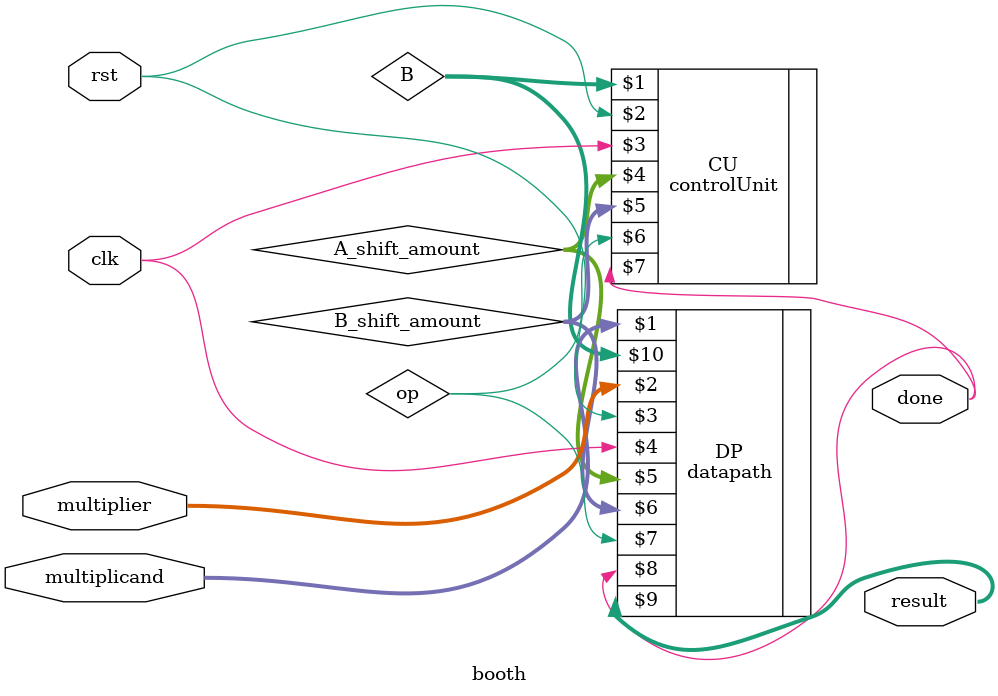
<source format=v>
module booth (
input [3:0] multiplicand,
input [3:0] multiplier,
input rst,
input clk,
output [7:0] result, 
output done);

wire [2:0] A_shift_amount;
wire [2:0] B_shift_amount; 
wire [3:0] B;

controlUnit CU (B, rst, clk, A_shift_amount, B_shift_amount, op, done);
datapath DP (multiplicand, multiplier, rst, clk, A_shift_amount, B_shift_amount, op, done, result, B); 

endmodule

</source>
